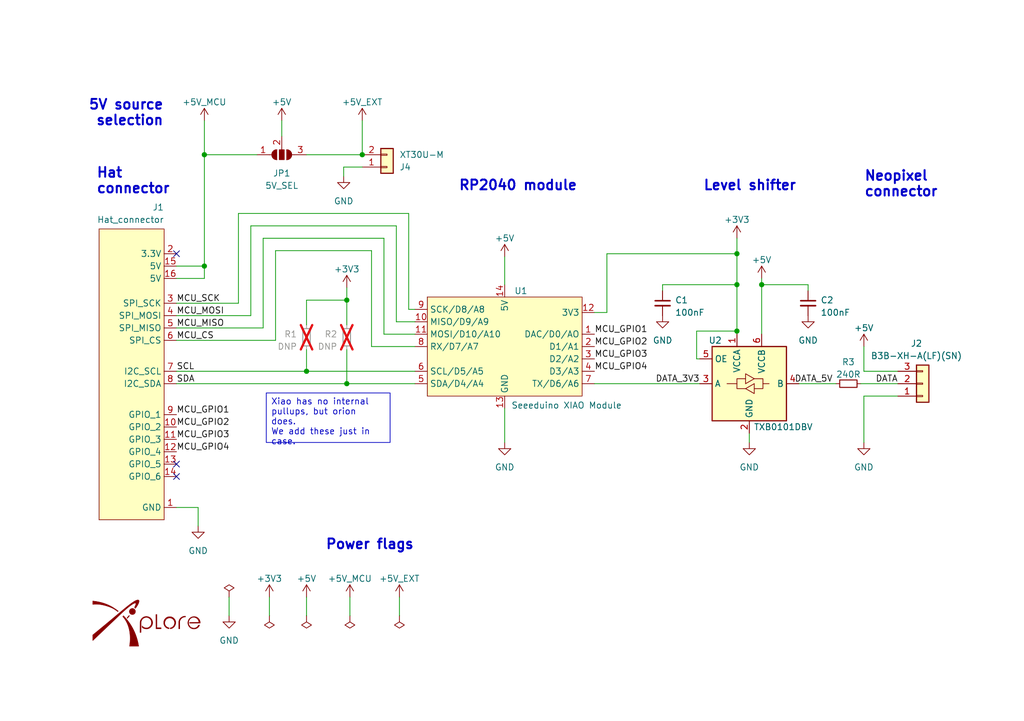
<source format=kicad_sch>
(kicad_sch (version 20230121) (generator eeschema)
  (paper "A5")
  (title_block (title "Xiao Seeeduino NeoPixel Hat") (date "2023-08-13") (rev "1") (company "EPFL Xplore") (comment 1 "Look at Yassine's branch for a non-COTS (untested) version") (comment 4 "Author: Vincent Nguyen"))
  (lib_symbols
    (symbol "0_connectors:Hat_connector"
      (property "Reference" "J" (at -6.35 -26.035 0))
      (property "Value" "Hat_connector" (at -6.985 36.195 0))
      (symbol "Hat_connector_0_0"
        (pin power_in line (at -9.525 -22.225 0) (length 2.54) (name "GND") (number "1"))
        (pin bidirectional line (at -9.525 -5.715 0) (length 2.54) (name "GPIO_2") (number "10"))
        (pin bidirectional line (at -9.525 -8.255 0) (length 2.54) (name "GPIO_3") (number "11"))
        (pin bidirectional line (at -9.525 -10.795 0) (length 2.54) (name "GPIO_4") (number "12"))
        (pin bidirectional line (at -9.525 -13.335 0) (length 2.54) (name "GPIO_5") (number "13"))
        (pin bidirectional line (at -9.525 -15.875 0) (length 2.54) (name "GPIO_6") (number "14"))
        (pin power_in line (at -9.525 27.305 0) (length 2.54) (name "5V") (number "15"))
        (pin power_in line (at -9.525 24.765 0) (length 2.54) (name "5V") (number "16"))
        (pin power_in line (at -9.525 29.845 0) (length 2.54) (name "3.3V") (number "2"))
        (pin output line (at -9.525 19.685 0) (length 2.54) (name "SPI_SCK") (number "3"))
        (pin output line (at -9.525 17.145 0) (length 2.54) (name "SPI_MOSI") (number "4"))
        (pin input line (at -9.525 14.605 0) (length 2.54) (name "SPI_MISO") (number "5"))
        (pin output line (at -9.525 12.065 0) (length 2.54) (name "SPI_CS") (number "6"))
        (pin output line (at -9.525 5.715 0) (length 2.54) (name "I2C_SCL") (number "7"))
        (pin bidirectional line (at -9.525 3.175 0) (length 2.54) (name "I2C_SDA") (number "8"))
        (pin bidirectional line (at -9.525 -3.175 0) (length 2.54) (name "GPIO_1") (number "9"))
      )
      (symbol "Hat_connector_0_1"
        (rectangle (start -6.985 34.925) (end 6.35 -24.765) (fill (type background)))
      )
    )
    (symbol "0_graphic:Xplore_Logo" (pin_numbers hide) (pin_names (offset 0) hide) (in_bom no)
      (symbol "Xplore_Logo_0_0"
        (polyline (pts (xy 3.1897 2.6292) (xy 2.7649 2.6309) (xy 2.34 2.6325) (xy 2.3384 3.9813) (xy 2.3368 5.3302) (xy 2.1345 5.3302) (xy 2.1387 4.6049) (xy 2.1388 4.6004) (xy 2.1394 4.4854) (xy 2.1401 4.3599) (xy 2.1409 4.2262) (xy 2.1417 4.0865) (xy 2.1425 3.9432) (xy 2.1434 3.7985) (xy 2.1442 3.6548) (xy 2.145 3.5142) (xy 2.1457 3.3792) (xy 2.1465 3.252) (xy 2.1471 3.1349) (xy 2.1513 2.3902) (xy 3.1897 2.3902) (xy 3.1897 2.6292)) (stroke (width 0.01)) (fill (type outline)))
        (polyline (pts (xy -3.7161 4.5443) (xy -3.7063 4.5551) (xy -3.6898 4.5741) (xy -3.6676 4.6001) (xy -3.6407 4.632) (xy -3.6099 4.6687) (xy -3.5763 4.709) (xy -3.5406 4.7519) (xy -3.504 4.7961) (xy -3.4672 4.8407) (xy -3.4313 4.8844) (xy -3.3971 4.9261) (xy -3.3657 4.9646) (xy -3.3378 4.999) (xy -3.3146 5.0279) (xy -3.2968 5.0504) (xy -3.2854 5.0652) (xy -3.2815 5.0713) (xy -3.2828 5.0737) (xy -3.2928 5.082) (xy -3.3105 5.0936) (xy -3.3333 5.1067) (xy -3.3851 5.1349) (xy -3.5627 4.9218) (xy -3.5807 4.9002) (xy -3.619 4.8541) (xy -3.6555 4.8104) (xy -3.6889 4.7702) (xy -3.7183 4.7349) (xy -3.7426 4.7056) (xy -3.7607 4.6838) (xy -3.7716 4.6706) (xy -3.803 4.6324) (xy -3.7629 4.5872) (xy -3.753 4.5762) (xy -3.7366 4.5586) (xy -3.7244 4.5466) (xy -3.7186 4.5422) (xy -3.7161 4.5443)) (stroke (width 0.01)) (fill (type outline)))
        (polyline (pts (xy -2.6601 5.3171) (xy -2.6296 5.3188) (xy -2.6161 5.3202) (xy -2.5301 5.3364) (xy -2.4483 5.3642) (xy -2.3717 5.4027) (xy -2.3013 5.451) (xy -2.238 5.5082) (xy -2.1828 5.5735) (xy -2.1367 5.6461) (xy -2.1007 5.725) (xy -2.0757 5.8093) (xy -2.0742 5.8164) (xy -2.0672 5.8628) (xy -2.0631 5.9145) (xy -2.0621 5.9671) (xy -2.0642 6.0161) (xy -2.0696 6.0571) (xy -2.0867 6.1255) (xy -2.1191 6.2102) (xy -2.162 6.2883) (xy -2.2149 6.3591) (xy -2.2773 6.4217) (xy -2.3484 6.4754) (xy -2.4278 6.5194) (xy -2.4563 6.5319) (xy -2.5389 6.5586) (xy -2.6242 6.5735) (xy -2.7106 6.5766) (xy -2.7968 6.5682) (xy -2.881 6.5482) (xy -2.9617 6.5169) (xy -3.0376 6.4742) (xy -3.0652 6.4548) (xy -3.1295 6.3999) (xy -3.1867 6.3371) (xy -3.2348 6.2686) (xy -3.2719 6.1966) (xy -3.2969 6.1273) (xy -3.3161 6.0407) (xy -3.3231 5.9533) (xy -3.3179 5.8662) (xy -3.3007 5.7805) (xy -3.2717 5.6975) (xy -3.231 5.6182) (xy -3.1789 5.5438) (xy -3.1292 5.4899) (xy -3.0634 5.4352) (xy -2.9903 5.3898) (xy -2.9118 5.3547) (xy -2.8295 5.3306) (xy -2.7452 5.3185) (xy -2.7337 5.3178) (xy -2.6969 5.3168) (xy -2.6601 5.3171)) (stroke (width 0.01)) (fill (type outline)))
        (polyline (pts (xy 7.0166 3.1284) (xy 7.0166 3.1604) (xy 7.017 3.2704) (xy 7.0173 3.3684) (xy 7.0176 3.4552) (xy 7.0179 3.5316) (xy 7.0182 3.5983) (xy 7.0186 3.656) (xy 7.0191 3.7056) (xy 7.0196 3.7477) (xy 7.0203 3.7832) (xy 7.021 3.8128) (xy 7.0219 3.8372) (xy 7.0229 3.8572) (xy 7.024 3.8735) (xy 7.0253 3.887) (xy 7.0268 3.8984) (xy 7.0285 3.9083) (xy 7.0304 3.9177) (xy 7.0326 3.9272) (xy 7.0347 3.9362) (xy 7.066 4.0483) (xy 7.1054 4.1515) (xy 7.1538 4.2477) (xy 7.2122 4.3385) (xy 7.2815 4.4257) (xy 7.3629 4.5109) (xy 7.407 4.5518) (xy 7.496 4.6236) (xy 7.5884 4.6836) (xy 7.6856 4.7327) (xy 7.7891 4.7716) (xy 7.9001 4.801) (xy 7.901 4.8012) (xy 7.9357 4.8074) (xy 7.9759 4.8121) (xy 8.0241 4.8155) (xy 8.0826 4.8178) (xy 8.2038 4.8214) (xy 8.2038 4.9867) (xy 8.1608 4.9913) (xy 8.1346 4.9931) (xy 8.082 4.9929) (xy 8.0217 4.9886) (xy 7.9567 4.9808) (xy 7.8899 4.9698) (xy 7.8241 4.9559) (xy 7.7622 4.9396) (xy 7.7299 4.9297) (xy 7.6047 4.8833) (xy 7.4871 4.8271) (xy 7.3776 4.7615) (xy 7.2766 4.687) (xy 7.1845 4.6041) (xy 7.1016 4.5131) (xy 7.0284 4.4146) (xy 6.9653 4.309) (xy 6.9126 4.1969) (xy 6.8708 4.0786) (xy 6.8402 3.9547) (xy 6.8212 3.8256) (xy 6.8204 3.8131) (xy 6.8193 3.7858) (xy 6.8184 3.7466) (xy 6.8175 3.696) (xy 6.8168 3.6348) (xy 6.8161 3.5634) (xy 6.8156 3.4824) (xy 6.8151 3.3925) (xy 6.8148 3.2941) (xy 6.8146 3.1879) (xy 6.8146 2.3902) (xy 7.0145 2.3902) (xy 7.0166 3.1284)) (stroke (width 0.01)) (fill (type outline)))
        (polyline (pts (xy -1.407 -1.1458) (xy -1.409 -1.1348) (xy -1.4128 -1.113) (xy -1.4179 -1.0831) (xy -1.4238 -1.0475) (xy -1.4303 -1.0085) (xy -1.4692 -0.7867) (xy -1.5418 -0.4298) (xy -1.6266 -0.073) (xy -1.7232 0.2824) (xy -1.8312 0.6354) (xy -1.9504 0.9845) (xy -2.0802 1.3287) (xy -2.2204 1.6665) (xy -2.3155 1.8798) (xy -2.4799 2.2234) (xy -2.6546 2.5593) (xy -2.8399 2.8878) (xy -3.0357 3.209) (xy -3.2422 3.5231) (xy -3.4595 3.8302) (xy -3.6878 4.1306) (xy -3.9271 4.4243) (xy -4.1776 4.7117) (xy -4.4394 4.9928) (xy -4.5221 5.0787) (xy -4.5977 4.9968) (xy -4.6734 4.9148) (xy -4.6265 4.8624) (xy -4.5969 4.829) (xy -4.4979 4.7116) (xy -4.3986 4.5855) (xy -4.301 4.4534) (xy -4.2073 4.3184) (xy -4.1198 4.1833) (xy -4.0271 4.0294) (xy -3.8983 3.7947) (xy -3.7795 3.5522) (xy -3.6708 3.3019) (xy -3.5722 3.044) (xy -3.4838 2.7788) (xy -3.4057 2.5063) (xy -3.3378 2.2269) (xy -3.2803 1.9406) (xy -3.2331 1.6476) (xy -3.1964 1.3482) (xy -3.1701 1.0425) (xy -3.1543 0.7307) (xy -3.1491 0.413) (xy -3.1491 0.3827) (xy -3.1512 0.2254) (xy -3.1561 0.0655) (xy -3.1636 -0.0951) (xy -3.1737 -0.2548) (xy -3.1862 -0.4118) (xy -3.2008 -0.5645) (xy -3.2176 -0.7112) (xy -3.2362 -0.8502) (xy -3.2567 -0.9797) (xy -3.2788 -1.0981) (xy -3.282 -1.1137) (xy -3.2867 -1.1373) (xy -3.2899 -1.1541) (xy -3.2912 -1.1611) (xy -3.2911 -1.1611) (xy -3.2843 -1.1614) (xy -3.2652 -1.1617) (xy -3.2347 -1.1619) (xy -3.1934 -1.1622) (xy -3.1421 -1.1624) (xy -3.0815 -1.1626) (xy -3.0123 -1.1629) (xy -2.9352 -1.163) (xy -2.851 -1.1632) (xy -2.7603 -1.1633) (xy -2.6638 -1.1634) (xy -2.5624 -1.1635) (xy -2.4566 -1.1636) (xy -1.4034 -1.1636) (xy -1.407 -1.1458)) (stroke (width 0.01)) (fill (type outline)))
        (polyline (pts (xy -5.6886 5.9265) (xy -5.6883 5.9267) (xy -5.6759 5.937) (xy -5.6589 5.9522) (xy -5.6398 5.97) (xy -5.6207 5.9882) (xy -5.6042 6.0044) (xy -5.5926 6.0165) (xy -5.5882 6.0222) (xy -5.5896 6.0243) (xy -5.5989 6.0332) (xy -5.615 6.0468) (xy -5.6357 6.0633) (xy -5.6643 6.0853) (xy -5.9454 6.2946) (xy -6.227 6.4913) (xy -6.5097 6.6757) (xy -6.794 6.8479) (xy -7.0804 7.0083) (xy -7.3693 7.1571) (xy -7.6614 7.2946) (xy -7.957 7.4209) (xy -8.2568 7.5365) (xy -8.5611 7.6416) (xy -8.8706 7.7363) (xy -8.8733 7.7371) (xy -9.0456 7.7848) (xy -9.2195 7.8296) (xy -9.3965 7.8716) (xy -9.5779 7.9112) (xy -9.7652 7.9487) (xy -9.9598 7.9842) (xy -10.1631 8.0182) (xy -10.3764 8.0509) (xy -10.6013 8.0825) (xy -10.6184 8.0848) (xy -10.6659 8.0912) (xy -10.709 8.0969) (xy -10.746 8.1017) (xy -10.7751 8.1054) (xy -10.7947 8.1078) (xy -10.8032 8.1086) (xy -10.8046 8.1079) (xy -10.8064 8.1039) (xy -10.8079 8.0955) (xy -10.8091 8.0817) (xy -10.8101 8.0617) (xy -10.8109 8.0343) (xy -10.8114 7.9988) (xy -10.8119 7.9541) (xy -10.8121 7.8993) (xy -10.8122 7.8335) (xy -10.8123 7.7557) (xy -10.8123 7.4029) (xy -10.7913 7.4066) (xy -10.79 7.4068) (xy -10.769 7.41) (xy -10.7379 7.414) (xy -10.6992 7.4187) (xy -10.6554 7.4237) (xy -10.6089 7.4288) (xy -10.5624 7.4336) (xy -10.5183 7.4379) (xy -10.4978 7.4395) (xy -10.4522 7.442) (xy -10.3967 7.4439) (xy -10.3334 7.4453) (xy -10.2641 7.4461) (xy -10.1908 7.4464) (xy -10.1155 7.4462) (xy -10.0401 7.4455) (xy -9.9666 7.4442) (xy -9.8969 7.4425) (xy -9.8331 7.4402) (xy -9.777 7.4375) (xy -9.7306 7.4343) (xy -9.5199 7.4138) (xy -9.2536 7.3792) (xy -8.9856 7.335) (xy -8.7152 7.2809) (xy -8.4416 7.2167) (xy -8.164 7.1422) (xy -7.8818 7.0573) (xy -7.5942 6.9618) (xy -7.3005 6.8555) (xy -7.143 6.7936) (xy -6.8993 6.6865) (xy -6.6619 6.5681) (xy -6.431 6.4386) (xy -6.2069 6.2981) (xy -5.9895 6.1466) (xy -5.779 5.9843) (xy -5.7601 5.969) (xy -5.7339 5.9485) (xy -5.7151 5.9349) (xy -5.7023 5.9274) (xy -5.6939 5.9249) (xy -5.6886 5.9265)) (stroke (width 0.01)) (fill (type outline)))
        (polyline (pts (xy -1.0281 1.6388) (xy -1.0096 1.6395) (xy -0.9775 1.641) (xy -0.9516 1.6424) (xy -0.9339 1.6437) (xy -0.9269 1.6447) (xy -0.9266 1.6499) (xy -0.9263 1.6674) (xy -0.9259 1.6966) (xy -0.9255 1.7367) (xy -0.925 1.7871) (xy -0.9245 1.8471) (xy -0.924 1.9161) (xy -0.9235 1.9933) (xy -0.923 2.0781) (xy -0.9224 2.1699) (xy -0.9219 2.2678) (xy -0.9214 2.3713) (xy -0.9208 2.4797) (xy -0.9203 2.5922) (xy -0.9198 2.7083) (xy -0.9153 3.7697) (xy -0.8987 3.8376) (xy -0.8776 3.9144) (xy -0.8392 4.024) (xy -0.7927 4.1284) (xy -0.739 4.226) (xy -0.6788 4.3157) (xy -0.613 4.3958) (xy -0.5423 4.4651) (xy -0.5308 4.475) (xy -0.4368 4.5472) (xy -0.3388 4.6071) (xy -0.2364 4.6551) (xy -0.129 4.6913) (xy -0.016 4.716) (xy 0.103 4.7294) (xy 0.1609 4.7318) (xy 0.2774 4.7281) (xy 0.3886 4.7126) (xy 0.4948 4.6852) (xy 0.5963 4.646) (xy 0.6931 4.5947) (xy 0.7856 4.5313) (xy 0.874 4.4558) (xy 0.9443 4.3843) (xy 1.0178 4.2948) (xy 1.0796 4.2008) (xy 1.1304 4.1014) (xy 1.1705 3.9957) (xy 1.2005 3.8828) (xy 1.2018 3.876) (xy 1.208 3.8339) (xy 1.2126 3.7825) (xy 1.2154 3.7251) (xy 1.2166 3.6645) (xy 1.216 3.604) (xy 1.2137 3.5466) (xy 1.2096 3.4953) (xy 1.2037 3.4531) (xy 1.2022 3.4454) (xy 1.1759 3.3411) (xy 1.1385 3.2376) (xy 1.0913 3.1381) (xy 1.0356 3.0461) (xy 1.0336 3.0432) (xy 1.0079 3.0091) (xy 0.9746 2.9697) (xy 0.9362 2.9273) (xy 0.895 2.8845) (xy 0.8535 2.8437) (xy 0.8139 2.8074) (xy 0.7786 2.778) (xy 0.7297 2.7423) (xy 0.6335 2.6842) (xy 0.5319 2.6378) (xy 0.4249 2.6031) (xy 0.3128 2.5803) (xy 0.287 2.5771) (xy 0.2252 2.5729) (xy 0.158 2.5723) (xy 0.0898 2.5751) (xy 0.0252 2.5812) (xy -0.0313 2.5905) (xy -0.0686 2.5991) (xy -0.1559 2.6249) (xy -0.2447 2.6581) (xy -0.3314 2.697) (xy -0.4125 2.7402) (xy -0.4842 2.7861) (xy -0.4855 2.787) (xy -0.5193 2.813) (xy -0.5563 2.8445) (xy -0.5937 2.879) (xy -0.6287 2.9139) (xy -0.6587 2.9464) (xy -0.6809 2.9741) (xy -0.7033 3.0055) (xy -0.7051 2.8581) (xy -0.7068 2.7106) (xy -0.6631 2.6663) (xy -0.6488 2.6521) (xy -0.6013 2.6095) (xy -0.5523 2.5729) (xy -0.4988 2.5405) (xy -0.4381 2.5107) (xy -0.3673 2.4817) (xy -0.3105 2.4609) (xy -0.1752 2.4189) (xy -0.0441 2.389) (xy 0.0829 2.3713) (xy 0.2059 2.3656) (xy 0.325 2.3721) (xy 0.4403 2.3906) (xy 0.4742 2.3986) (xy 0.5775 2.4302) (xy 0.6813 2.4726) (xy 0.783 2.5244) (xy 0.8801 2.5843) (xy 0.9702 2.6512) (xy 0.9901 2.6681) (xy 1.0238 2.6985) (xy 1.0608 2.7336) (xy 1.0986 2.7707) (xy 1.1344 2.8073) (xy 1.1656 2.8407) (xy 1.1896 2.8684) (xy 1.2296 2.9203) (xy 1.2912 3.0147) (xy 1.3449 3.1155) (xy 1.389 3.2197) (xy 1.4222 3.3243) (xy 1.4368 3.3865) (xy 1.4563 3.5112) (xy 1.4636 3.6367) (xy 1.4588 3.7621) (xy 1.4421 3.8861) (xy 1.4136 4.0078) (xy 1.3735 4.1261) (xy 1.3221 4.2399) (xy 1.2593 4.348) (xy 1.2511 4.3605) (xy 1.1749 4.4635) (xy 1.09 4.5572) (xy 0.9969 4.6413) (xy 0.8963 4.7155) (xy 0.7889 4.7792) (xy 0.6753 4.8322) (xy 0.5562 4.8741) (xy 0.4321 4.9045) (xy 0.3037 4.9229) (xy 0.1826 4.9293) (xy 0.0534 4.9245) (xy -0.0724 4.9075) (xy -0.1941 4.8786) (xy -0.3114 4.8379) (xy -0.4237 4.7855) (xy -0.5306 4.7217) (xy -0.6317 4.6466) (xy -0.7264 4.5603) (xy -0.7443 4.542) (xy -0.8342 4.442) (xy -0.9114 4.3402) (xy -0.9761 4.2365) (xy -1.0284 4.1305) (xy -1.0686 4.0219) (xy -1.0967 3.9104) (xy -1.113 3.7956) (xy -1.1132 3.7926) (xy -1.114 3.7742) (xy -1.1148 3.7438) (xy -1.1156 3.7019) (xy -1.1163 3.6493) (xy -1.1171 3.5866) (xy -1.1179 3.5145) (xy -1.1187 3.4337) (xy -1.1194 3.3449) (xy -1.1201 3.2486) (xy -1.1208 3.1457) (xy -1.1214 3.0366) (xy -1.122 2.9222) (xy -1.1225 2.8031) (xy -1.123 2.6798) (xy -1.1267 1.6352) (xy -1.0281 1.6388)) (stroke (width 0.01)) (fill (type outline)))
        (polyline (pts (xy 5.1056 2.4032) (xy 5.1481 2.4065) (xy 5.1982 2.4138) (xy 5.2524 2.4244) (xy 5.307 2.4374) (xy 5.3584 2.4522) (xy 5.4031 2.4679) (xy 5.4234 2.4762) (xy 5.5179 2.5217) (xy 5.6111 2.5771) (xy 5.7008 2.6407) (xy 5.7845 2.7106) (xy 5.86 2.7853) (xy 5.9249 2.8628) (xy 5.99 2.9572) (xy 6.0558 3.0734) (xy 6.11 3.195) (xy 6.1524 3.3216) (xy 6.1828 3.4528) (xy 6.2011 3.5882) (xy 6.2039 3.6301) (xy 6.2028 3.7434) (xy 6.1895 3.8578) (xy 6.1641 3.9722) (xy 6.1268 4.0854) (xy 6.078 4.1962) (xy 6.076 4.2001) (xy 6.0492 4.2513) (xy 6.0226 4.297) (xy 5.9945 4.3396) (xy 5.9631 4.3811) (xy 5.9269 4.424) (xy 5.8839 4.4705) (xy 5.8327 4.5229) (xy 5.8057 4.5496) (xy 5.7543 4.5983) (xy 5.707 4.6393) (xy 5.6614 4.6746) (xy 5.615 4.706) (xy 5.5653 4.7354) (xy 5.5099 4.7645) (xy 5.4494 4.793) (xy 5.3695 4.8244) (xy 5.2887 4.8487) (xy 5.2047 4.8662) (xy 5.1155 4.8773) (xy 5.0187 4.8826) (xy 4.9122 4.8825) (xy 4.9001 4.8822) (xy 4.8509 4.8807) (xy 4.8113 4.8788) (xy 4.7783 4.8763) (xy 4.7492 4.8729) (xy 4.7212 4.8684) (xy 4.6915 4.8625) (xy 4.6265 4.8469) (xy 4.5097 4.809) (xy 4.399 4.7598) (xy 4.2947 4.6996) (xy 4.1972 4.6286) (xy 4.1831 4.6167) (xy 4.1496 4.5861) (xy 4.112 4.5495) (xy 4.0728 4.5093) (xy 4.0341 4.4679) (xy 3.9983 4.4278) (xy 3.9677 4.3913) (xy 3.9444 4.3609) (xy 3.8991 4.2906) (xy 3.8512 4.2016) (xy 3.8096 4.108) (xy 3.7761 4.0133) (xy 3.7522 3.9214) (xy 3.7482 3.9009) (xy 3.7367 3.8227) (xy 3.7292 3.7382) (xy 3.7259 3.6518) (xy 3.727 3.5682) (xy 3.7327 3.4919) (xy 3.7469 3.3985) (xy 3.7757 3.2793) (xy 3.8154 3.1651) (xy 3.8653 3.0564) (xy 3.9249 2.9539) (xy 3.9935 2.8582) (xy 4.0705 2.7699) (xy 4.1553 2.6897) (xy 4.2474 2.6182) (xy 4.346 2.5559) (xy 4.4505 2.5036) (xy 4.5604 2.4619) (xy 4.675 2.4314) (xy 4.7938 2.4127) (xy 4.8374 2.4081) (xy 4.8374 2.594) (xy 4.7753 2.6087) (xy 4.6806 2.6348) (xy 4.5869 2.6679) (xy 4.4989 2.7064) (xy 4.419 2.7493) (xy 4.3495 2.7955) (xy 4.3153 2.8222) (xy 4.2315 2.8987) (xy 4.1576 2.9832) (xy 4.0941 3.0752) (xy 4.0412 3.1743) (xy 3.9993 3.28) (xy 3.9686 3.3917) (xy 3.9648 3.4121) (xy 3.9596 3.455) (xy 3.9558 3.5051) (xy 3.9537 3.5589) (xy 3.9534 3.6128) (xy 3.9549 3.6633) (xy 3.9584 3.7068) (xy 3.9597 3.7175) (xy 3.9776 3.8178) (xy 4.0053 3.9186) (xy 4.0413 4.0159) (xy 4.0845 4.1057) (xy 4.1005 4.1338) (xy 4.1394 4.195) (xy 4.1823 4.2545) (xy 4.2271 4.3096) (xy 4.2719 4.3578) (xy 4.3145 4.3964) (xy 4.3534 4.4265) (xy 4.4423 4.4857) (xy 4.5357 4.5343) (xy 4.6356 4.5734) (xy 4.7439 4.604) (xy 4.7458 4.6045) (xy 4.7729 4.6106) (xy 4.7963 4.6152) (xy 4.8187 4.6184) (xy 4.8428 4.6204) (xy 4.8715 4.6216) (xy 4.9075 4.6221) (xy 4.9537 4.6222) (xy 4.9636 4.6222) (xy 5.01 4.6219) (xy 5.0467 4.621) (xy 5.0765 4.6194) (xy 5.1021 4.6168) (xy 5.1263 4.613) (xy 5.1517 4.6079) (xy 5.1822 4.6008) (xy 5.2789 4.5718) (xy 5.3725 4.5343) (xy 5.461 4.4893) (xy 5.5427 4.4377) (xy 5.6156 4.3807) (xy 5.6779 4.3193) (xy 5.6859 4.3102) (xy 5.759 4.2183) (xy 5.8206 4.1226) (xy 5.8713 4.0217) (xy 5.912 3.914) (xy 5.9434 3.7982) (xy 5.953 3.7407) (xy 5.9584 3.6711) (xy 5.9586 3.5978) (xy 5.9536 3.525) (xy 5.9433 3.457) (xy 5.9383 3.4335) (xy 5.9126 3.3368) (xy 5.8789 3.2398) (xy 5.8392 3.1481) (xy 5.8188 3.1072) (xy 5.7814 3.0396) (xy 5.7428 2.9808) (xy 5.7013 2.9282) (xy 5.6549 2.8793) (xy 5.6016 2.8314) (xy 5.5433 2.7838) (xy 5.4868 2.7411) (xy 5.4344 2.7059) (xy 5.3835 2.677) (xy 5.3321 2.6533) (xy 5.2777 2.6335) (xy 5.218 2.6166) (xy 5.1507 2.6012) (xy 5.0797 2.5863) (xy 5.0761 2.4031) (xy 5.0979 2.4031) (xy 5.1056 2.4032)) (stroke (width 0.01)) (fill (type outline)))
        (polyline (pts (xy -10.795 0) (xy -10.7948 0.0001) (xy -10.7878 0.0067) (xy -10.7719 0.0217) (xy -10.7476 0.0448) (xy -10.7154 0.0754) (xy -10.6758 0.1131) (xy -10.6291 0.1575) (xy -10.5759 0.2082) (xy -10.5166 0.2646) (xy -10.4517 0.3264) (xy -10.3816 0.3931) (xy -10.3069 0.4643) (xy -10.2279 0.5395) (xy -10.1452 0.6183) (xy -10.0591 0.7003) (xy -9.9703 0.7849) (xy -9.879 0.8719) (xy -9.8217 0.9265) (xy -9.6273 1.1117) (xy -9.4413 1.2889) (xy -9.2628 1.459) (xy -9.091 1.6226) (xy -8.9251 1.7806) (xy -8.7643 1.9337) (xy -8.6078 2.0827) (xy -8.4548 2.2283) (xy -8.3045 2.3713) (xy -8.1561 2.5125) (xy -8.0088 2.6527) (xy -7.8617 2.7925) (xy -7.7142 2.9328) (xy -7.5653 3.0744) (xy -7.4142 3.2179) (xy -7.2603 3.3642) (xy -7.1026 3.514) (xy -6.9404 3.6681) (xy -6.7728 3.8273) (xy -6.5991 3.9922) (xy -6.4185 4.1637) (xy -6.3625 4.2169) (xy -6.2546 4.3194) (xy -6.1482 4.4204) (xy -6.044 4.5194) (xy -5.9422 4.6161) (xy -5.8435 4.7099) (xy -5.7482 4.8004) (xy -5.6568 4.8873) (xy -5.5697 4.9701) (xy -5.4874 5.0482) (xy -5.4104 5.1214) (xy -5.3392 5.1892) (xy -5.2741 5.2511) (xy -5.2156 5.3068) (xy -5.1642 5.3556) (xy -5.1204 5.3974) (xy -5.0846 5.4315) (xy -5.0572 5.4576) (xy -5.0388 5.4753) (xy -5.0043 5.5083) (xy -4.7593 5.7401) (xy -4.521 5.9608) (xy -4.2893 6.1704) (xy -4.0642 6.369) (xy -3.8456 6.5565) (xy -3.6336 6.7329) (xy -3.5413 6.808) (xy -3.3918 6.9271) (xy -3.2487 7.0381) (xy -3.1121 7.1409) (xy -2.9821 7.2354) (xy -2.8591 7.3213) (xy -2.7432 7.3986) (xy -2.6345 7.4672) (xy -2.5334 7.527) (xy -2.4399 7.5777) (xy -2.3543 7.6194) (xy -2.2768 7.6518) (xy -2.2075 7.6748) (xy -2.1467 7.6884) (xy -2.1445 7.6887) (xy -2.0958 7.6912) (xy -2.0544 7.6832) (xy -2.0204 7.6646) (xy -1.994 7.6356) (xy -1.9895 7.6286) (xy -1.9833 7.6172) (xy -1.9795 7.6051) (xy -1.9774 7.5892) (xy -1.9767 7.5665) (xy -1.9767 7.534) (xy -1.9769 7.5215) (xy -1.9781 7.4867) (xy -1.981 7.4583) (xy -1.9864 7.4314) (xy -1.9949 7.4011) (xy -2.0118 7.3495) (xy -2.0375 7.2798) (xy -2.0693 7.2011) (xy -2.1074 7.1131) (xy -2.152 7.0153) (xy -2.2034 6.907) (xy -2.2103 6.8926) (xy -2.2273 6.8565) (xy -2.2416 6.8247) (xy -2.2526 6.7992) (xy -2.2594 6.7816) (xy -2.2612 6.7738) (xy -2.2574 6.7696) (xy -2.2451 6.7584) (xy -2.2261 6.7419) (xy -2.2023 6.7217) (xy -2.1754 6.6993) (xy -2.1474 6.6762) (xy -2.1201 6.6539) (xy -2.0953 6.634) (xy -2.0748 6.6178) (xy -2.0604 6.607) (xy -2.0541 6.6031) (xy -2.0498 6.6074) (xy -2.0391 6.6211) (xy -2.023 6.6428) (xy -2.0024 6.6713) (xy -1.9785 6.7051) (xy -1.952 6.7428) (xy -1.9241 6.7831) (xy -1.8956 6.8246) (xy -1.8675 6.8659) (xy -1.8408 6.9056) (xy -1.8165 6.9423) (xy -1.788 6.9861) (xy -1.7023 7.1229) (xy -1.625 7.2545) (xy -1.5562 7.3805) (xy -1.496 7.5006) (xy -1.4446 7.6144) (xy -1.4021 7.7215) (xy -1.3688 7.8217) (xy -1.3448 7.9144) (xy -1.3302 7.9994) (xy -1.3252 8.0763) (xy -1.3258 8.1074) (xy -1.3306 8.1566) (xy -1.3409 8.1964) (xy -1.3576 8.2285) (xy -1.3813 8.2546) (xy -1.4129 8.2766) (xy -1.46 8.2974) (xy -1.5191 8.3106) (xy -1.5858 8.3139) (xy -1.6599 8.3071) (xy -1.741 8.2902) (xy -1.7639 8.2841) (xy -1.8188 8.2673) (xy -1.8752 8.2471) (xy -1.9354 8.2224) (xy -2.0017 8.1924) (xy -2.0764 8.1561) (xy -2.0887 8.15) (xy -2.1711 8.1069) (xy -2.258 8.0584) (xy -2.3496 8.0044) (xy -2.4462 7.9446) (xy -2.5481 7.8788) (xy -2.6557 7.8068) (xy -2.7692 7.7284) (xy -2.8889 7.6432) (xy -3.0153 7.5511) (xy -3.1484 7.452) (xy -3.2888 7.3454) (xy -3.4367 7.2313) (xy -3.5923 7.1094) (xy -3.7561 6.9794) (xy -3.9283 6.8412) (xy -4.1092 6.6945) (xy -4.2991 6.5392) (xy -4.301 6.5376) (xy -4.3283 6.5152) (xy -4.355 6.4933) (xy -4.3814 6.4715) (xy -4.4079 6.4496) (xy -4.4351 6.4272) (xy -4.4632 6.4039) (xy -4.4928 6.3794) (xy -4.5243 6.3533) (xy -4.558 6.3253) (xy -4.5945 6.295) (xy -4.6341 6.2621) (xy -4.6772 6.2261) (xy -4.7243 6.1868) (xy -4.7759 6.1438) (xy -4.8322 6.0968) (xy -4.8938 6.0453) (xy -4.9611 5.9891) (xy -5.0345 5.9278) (xy -5.1144 5.861) (xy -5.2012 5.7884) (xy -5.2955 5.7096) (xy -5.3975 5.6243) (xy -5.5077 5.5321) (xy -5.6265 5.4327) (xy -5.7545 5.3257) (xy -5.8919 5.2107) (xy -5.9795 5.1375) (xy -6.2363 4.9227) (xy -6.4842 4.7155) (xy -6.7239 4.5154) (xy -6.956 4.3216) (xy -7.1813 4.1338) (xy -7.4005 3.9512) (xy -7.6142 3.7733) (xy -7.8231 3.5996) (xy -8.028 3.4294) (xy -8.2295 3.2621) (xy -8.4284 3.0973) (xy -8.6252 2.9343) (xy -8.8208 2.7726) (xy -9.0158 2.6115) (xy -9.211 2.4505) (xy -9.4069 2.289) (xy -9.6043 2.1264) (xy -9.804 1.9622) (xy -10.0065 1.7958) (xy -10.2127 1.6266) (xy -10.4231 1.4541) (xy -10.8123 1.135) (xy -10.8123 -0.0157) (xy -10.795 0)) (stroke (width 0.01)) (fill (type outline)))
        (polyline (pts (xy 9.9818 2.3658) (xy 10.0333 2.3676) (xy 10.0791 2.3705) (xy 10.1156 2.3745) (xy 10.1744 2.3844) (xy 10.2961 2.414) (xy 10.4127 2.4544) (xy 10.5233 2.5053) (xy 10.6273 2.5662) (xy 10.7239 2.6366) (xy 10.8123 2.7161) (xy 10.8917 2.8042) (xy 10.9616 2.9004) (xy 10.9619 2.9008) (xy 10.9863 2.9404) (xy 11.0127 2.9865) (xy 11.0389 3.0347) (xy 11.0626 3.0807) (xy 11.0813 3.1204) (xy 11.097 3.1559) (xy 10.969 3.1527) (xy 10.9626 3.1525) (xy 10.9239 3.1513) (xy 10.8902 3.15) (xy 10.8633 3.1486) (xy 10.8455 3.1473) (xy 10.8385 3.1462) (xy 10.8351 3.1401) (xy 10.8273 3.1245) (xy 10.8162 3.1021) (xy 10.8031 3.0751) (xy 10.7749 3.0219) (xy 10.7171 2.9337) (xy 10.649 2.8523) (xy 10.5715 2.7789) (xy 10.4855 2.7146) (xy 10.4171 2.6715) (xy 10.3382 2.628) (xy 10.2624 2.594) (xy 10.1875 2.5688) (xy 10.1114 2.5517) (xy 10.0319 2.5419) (xy 9.9467 2.5388) (xy 9.8836 2.5404) (xy 9.7773 2.55) (xy 9.6727 2.5678) (xy 9.5717 2.5933) (xy 9.4765 2.6259) (xy 9.3889 2.6652) (xy 9.311 2.7105) (xy 9.2734 2.7373) (xy 9.201 2.7989) (xy 9.132 2.8707) (xy 9.0675 2.9508) (xy 9.0088 3.0375) (xy 8.9569 3.129) (xy 8.913 3.2235) (xy 8.8783 3.3192) (xy 8.8539 3.4144) (xy 8.8467 3.4543) (xy 8.8336 3.5726) (xy 8.8327 3.6903) (xy 8.8437 3.8066) (xy 8.8663 3.9205) (xy 8.9001 4.031) (xy 8.9449 4.1373) (xy 9.0002 4.2384) (xy 9.0659 4.3333) (xy 9.1415 4.4211) (xy 9.2268 4.5009) (xy 9.2549 4.5238) (xy 9.3373 4.5839) (xy 9.4233 4.6368) (xy 9.5106 4.6813) (xy 9.5969 4.7164) (xy 9.6802 4.7409) (xy 9.7382 4.7516) (xy 9.8289 4.7588) (xy 9.9238 4.7562) (xy 10.0213 4.7442) (xy 10.1194 4.7233) (xy 10.2163 4.6938) (xy 10.3101 4.6563) (xy 10.3988 4.6111) (xy 10.4808 4.5586) (xy 10.5153 4.5327) (xy 10.5994 4.4597) (xy 10.6764 4.3785) (xy 10.7452 4.2905) (xy 10.805 4.1971) (xy 10.8547 4.0997) (xy 10.8934 3.9999) (xy 10.9202 3.899) (xy 10.922 3.8893) (xy 10.9264 3.8631) (xy 10.9306 3.8331) (xy 10.9345 3.802) (xy 10.9377 3.7726) (xy 10.9399 3.7477) (xy 10.9408 3.7301) (xy 10.9401 3.7224) (xy 10.938 3.7222) (xy 10.9246 3.7219) (xy 10.8995 3.7214) (xy 10.8635 3.7209) (xy 10.8175 3.7203) (xy 10.7622 3.7196) (xy 10.6985 3.7189) (xy 10.627 3.7182) (xy 10.5488 3.7174) (xy 10.4644 3.7166) (xy 10.3749 3.7158) (xy 10.2809 3.715) (xy 10.1832 3.7142) (xy 10.1633 3.7141) (xy 10.0612 3.7132) (xy 9.9598 3.7123) (xy 9.8604 3.7114) (xy 9.764 3.7105) (xy 9.6717 3.7096) (xy 9.5846 3.7087) (xy 9.5039 3.7078) (xy 9.4306 3.707) (xy 9.3658 3.7062) (xy 9.3106 3.7055) (xy 9.2662 3.7049) (xy 9.2336 3.7043) (xy 9.0389 3.7004) (xy 9.0422 3.6285) (xy 9.0435 3.6031) (xy 9.0451 3.5783) (xy 9.0466 3.561) (xy 9.0478 3.5538) (xy 9.0519 3.5536) (xy 9.0681 3.5535) (xy 9.096 3.5534) (xy 9.1347 3.5534) (xy 9.1835 3.5536) (xy 9.2418 3.5538) (xy 9.3088 3.5542) (xy 9.3838 3.5546) (xy 9.4659 3.5551) (xy 9.5546 3.5557) (xy 9.6491 3.5564) (xy 9.7485 3.5571) (xy 9.8523 3.5579) (xy 9.9597 3.5588) (xy 10.0143 3.5593) (xy 10.1246 3.5602) (xy 10.2331 3.561) (xy 10.3388 3.5619) (xy 10.4408 3.5626) (xy 10.5383 3.5634) (xy 10.6302 3.564) (xy 10.7156 3.5646) (xy 10.7937 3.5651) (xy 10.8635 3.5655) (xy 10.9241 3.5659) (xy 10.9745 3.5661) (xy 11.0138 3.5663) (xy 11.0412 3.5663) (xy 11.2132 3.5662) (xy 11.2172 3.5861) (xy 11.2184 3.5965) (xy 11.219 3.6218) (xy 11.2181 3.6558) (xy 11.2158 3.6958) (xy 11.2125 3.7395) (xy 11.2083 3.7842) (xy 11.2034 3.8275) (xy 11.198 3.8667) (xy 11.1923 3.8993) (xy 11.184 3.9373) (xy 11.1496 4.0572) (xy 11.1037 4.1714) (xy 11.0461 4.2805) (xy 11.0104 4.3372) (xy 10.9341 4.4411) (xy 10.8496 4.5357) (xy 10.7576 4.6204) (xy 10.6586 4.6951) (xy 10.5533 4.7593) (xy 10.4424 4.8126) (xy 10.3265 4.8548) (xy 10.2061 4.8853) (xy 10.082 4.9039) (xy 9.9548 4.9102) (xy 9.9278 4.9099) (xy 9.8027 4.9008) (xy 9.6795 4.8793) (xy 9.559 4.8457) (xy 9.4422 4.8005) (xy 9.3301 4.7441) (xy 9.2235 4.6769) (xy 9.1233 4.5992) (xy 9.0305 4.5115) (xy 8.9786 4.4542) (xy 8.9053 4.3599) (xy 8.8428 4.2603) (xy 8.7905 4.1547) (xy 8.7481 4.0421) (xy 8.7152 3.9216) (xy 8.6912 3.7924) (xy 8.6875 3.7615) (xy 8.6834 3.7002) (xy 8.6822 3.6326) (xy 8.6837 3.5624) (xy 8.688 3.4934) (xy 8.6948 3.4295) (xy 8.704 3.3746) (xy 8.71 3.3475) (xy 8.7452 3.2234) (xy 8.7917 3.1047) (xy 8.8492 2.992) (xy 8.9172 2.8862) (xy 8.9952 2.788) (xy 9.083 2.6979) (xy 9.1074 2.6759) (xy 9.2052 2.5986) (xy 9.3104 2.5311) (xy 9.4219 2.474) (xy 9.5383 2.428) (xy 9.6582 2.3936) (xy 9.7804 2.3714) (xy 9.7887 2.3704) (xy 9.8279 2.3675) (xy 9.8755 2.3657) (xy 9.928 2.3652) (xy 9.9818 2.3658)) (stroke (width 0.01)) (fill (type outline)))
      )
    )
    (symbol "0_lib_level_shifter:TXB0101DBV"
      (property "Reference" "U" (at -6.35 8.89 0))
      (property "Value" "TXB0101DBV" (at 3.81 8.89 0))
      (symbol "TXB0101DBV_0_1"
        (rectangle (start -7.62 7.62) (end 7.62 -7.62) (stroke (width 0.254)) (fill (type background)))
        (polyline (pts (xy -2.54 0) (xy -2.54 1.016) (xy -0.762 1.016)))
        (polyline (pts (xy 2.794 0) (xy 2.794 -1.016) (xy 1.016 -1.016)))
        (polyline (pts (xy -0.762 -1.016) (xy -2.54 -1.016) (xy -2.54 0) (xy -4.572 0)))
        (polyline (pts (xy -0.762 0) (xy -0.762 2.032) (xy 1.016 1.016) (xy -0.762 0)))
        (polyline (pts (xy 1.016 1.016) (xy 2.794 1.016) (xy 2.794 0) (xy 4.064 0)))
        (polyline (pts (xy 1.016 0) (xy 1.016 -1.778) (xy 1.016 -2.032) (xy -0.762 -1.016) (xy 1.016 0)))
      )
      (symbol "TXB0101DBV_1_1"
        (pin power_in line (at -2.54 10.16 270) (length 2.54) (name "VCCA") (number "1"))
        (pin power_in line (at 0 -10.16 90) (length 2.54) (name "GND") (number "2"))
        (pin bidirectional line (at -10.16 0 0) (length 2.54) (name "A") (number "3"))
        (pin bidirectional line (at 10.16 0 180) (length 2.54) (name "B") (number "4"))
        (pin input line (at -10.16 5.08 0) (length 2.54) (name "OE") (number "5"))
        (pin power_in line (at 2.54 10.16 270) (length 2.54) (name "VCCB") (number "6"))
      )
    )
    (symbol "0_lib_mcu:Seeeduino_XIAO"
      (property "Reference" "U" (at 13.335 11.43 0))
      (property "Value" "Seeeduino XIAO Module" (at 2.54 21.59 0))
      (property "Footprint" "0_lib_mcu:Seeeduino XIAO-MOUDLE14P-2.54-21X17.8MM" (at 2.54 21.59 0))
      (symbol "Seeeduino_XIAO_1_1"
        (rectangle (start -15.875 10.16) (end 15.875 -10.16) (fill (type background)))
        (pin bidirectional line (at 18.415 2.54 180) (length 2.54) (name "DAC/D0/AO") (number "1"))
        (pin bidirectional line (at -18.415 5.08 0) (length 2.54) (name "MISO/D9/A9") (number "10"))
        (pin bidirectional line (at -18.415 2.54 0) (length 2.54) (name "MOSI/D10/A10") (number "11"))
        (pin passive line (at 18.415 6.985 180) (length 2.54) (name "3V3") (number "12"))
        (pin power_in line (at 0 -12.7 90) (length 2.54) (name "GND") (number "13"))
        (pin power_in line (at 0 12.7 270) (length 2.54) (name "5V") (number "14"))
        (pin bidirectional line (at 18.415 0 180) (length 2.54) (name "D1/A1") (number "2"))
        (pin bidirectional line (at 18.415 -2.54 180) (length 2.54) (name "D2/A2") (number "3"))
        (pin bidirectional line (at 18.415 -5.08 180) (length 2.54) (name "D3/A3") (number "4"))
        (pin bidirectional line (at -18.415 -7.62 0) (length 2.54) (name "SDA/D4/A4") (number "5"))
        (pin bidirectional line (at -18.415 -5.08 0) (length 2.54) (name "SCL/D5/A5") (number "6"))
        (pin bidirectional line (at 18.415 -7.62 180) (length 2.54) (name "TX/D6/A6") (number "7"))
        (pin bidirectional line (at -18.415 0 0) (length 2.54) (name "RX/D7/A7") (number "8"))
        (pin bidirectional line (at -18.415 7.62 0) (length 2.54) (name "SCK/D8/A8") (number "9"))
      )
    )
    (symbol "0_lib_power_symbols:+5V_MCU" (power) (pin_numbers hide) (in_bom no) (on_board no)
      (property "Value" "+5V_MCU" (at 0 3.81 0))
      (symbol "+5V_MCU_0_1"
        (polyline (pts (xy 0 0) (xy 0 2.54)))
        (polyline (pts (xy 0 2.54) (xy -0.762 1.27)))
        (polyline (pts (xy 0 2.54) (xy 0.762 1.27)))
      )
      (symbol "+5V_MCU_1_1"
        (pin power_in line (at 0 0 90) (length 0) hide (name "+5V_MCU") (number "1"))
      )
    )
    (symbol "0_power_symbols:+5V_EXT" (power) (pin_numbers hide) (in_bom no) (on_board no)
      (property "Value" "+5V_EXT" (at 0 3.81 0))
      (symbol "+5V_EXT_0_1"
        (polyline (pts (xy 0 0) (xy 0 2.54)))
        (polyline (pts (xy 0 2.54) (xy -0.762 1.27)))
        (polyline (pts (xy 0 2.54) (xy 0.762 1.27)))
      )
      (symbol "+5V_EXT_1_1"
        (pin power_in line (at 0 0 90) (length 0) hide (name "+5V_EXT") (number "1"))
      )
    )
    (symbol "Connector_Generic:Conn_01x02" (pin_names (offset 1.016) hide)
      (property "Reference" "J" (at 0 2.54 0))
      (property "Value" "Conn_01x02" (at 0 -5.08 0))
      (symbol "Conn_01x02_1_1"
        (rectangle (start -1.27 -2.413) (end 0 -2.667) (stroke (width 0.1524)))
        (rectangle (start -1.27 0.127) (end 0 -0.127) (stroke (width 0.1524)))
        (rectangle (start -1.27 1.27) (end 1.27 -3.81) (stroke (width 0.254)) (fill (type background)))
        (pin passive line (at -5.08 0 0) (length 3.81) (name "Pin_1") (number "1"))
        (pin passive line (at -5.08 -2.54 0) (length 3.81) (name "Pin_2") (number "2"))
      )
    )
    (symbol "Connector_Generic:Conn_01x03" (pin_names (offset 1.016) hide)
      (property "Reference" "J" (at 0 5.08 0))
      (property "Value" "Conn_01x03" (at 0 -5.08 0))
      (symbol "Conn_01x03_1_1"
        (rectangle (start -1.27 -2.413) (end 0 -2.667) (stroke (width 0.1524)))
        (rectangle (start -1.27 0.127) (end 0 -0.127) (stroke (width 0.1524)))
        (rectangle (start -1.27 2.667) (end 0 2.413) (stroke (width 0.1524)))
        (rectangle (start -1.27 3.81) (end 1.27 -3.81) (stroke (width 0.254)) (fill (type background)))
        (pin passive line (at -5.08 2.54 0) (length 3.81) (name "Pin_1") (number "1"))
        (pin passive line (at -5.08 0 0) (length 3.81) (name "Pin_2") (number "2"))
        (pin passive line (at -5.08 -2.54 0) (length 3.81) (name "Pin_3") (number "3"))
      )
    )
    (symbol "Device:C_Small" (pin_numbers hide) (pin_names (offset 0.254) hide)
      (property "Reference" "C" (at 0.254 1.778 0))
      (property "Value" "C_Small" (at 0.254 -2.032 0))
      (symbol "C_Small_0_1"
        (polyline (pts (xy -1.524 -0.508) (xy 1.524 -0.508)) (stroke (width 0.3302)))
        (polyline (pts (xy -1.524 0.508) (xy 1.524 0.508)) (stroke (width 0.3048)))
      )
      (symbol "C_Small_1_1"
        (pin passive line (at 0 2.54 270) (length 2.032) (name "~") (number "1"))
        (pin passive line (at 0 -2.54 90) (length 2.032) (name "~") (number "2"))
      )
    )
    (symbol "Device:R_Small" (pin_numbers hide) (pin_names (offset 0.254) hide)
      (property "Reference" "R" (at 0.762 0.508 0))
      (property "Value" "R_Small" (at 0.762 -1.016 0))
      (symbol "R_Small_0_1"
        (rectangle (start -0.762 1.778) (end 0.762 -1.778) (stroke (width 0.2032)))
      )
      (symbol "R_Small_1_1"
        (pin passive line (at 0 2.54 270) (length 0.762) (name "~") (number "1"))
        (pin passive line (at 0 -2.54 90) (length 0.762) (name "~") (number "2"))
      )
    )
    (symbol "Jumper:SolderJumper_3_Open" (pin_names (offset 0) hide)
      (property "Reference" "JP" (at -2.54 -2.54 0))
      (property "Value" "SolderJumper_3_Open" (at 0 2.794 0))
      (symbol "SolderJumper_3_Open_0_1"
        (arc (start -1.016 1.016) (mid -2.0276 0) (end -1.016 -1.016))
        (arc (start -1.016 1.016) (mid -2.0276 0) (end -1.016 -1.016) (fill (type outline)))
        (rectangle (start -0.508 1.016) (end 0.508 -1.016) (fill (type outline)))
        (polyline (pts (xy -2.54 0) (xy -2.032 0)))
        (polyline (pts (xy -1.016 1.016) (xy -1.016 -1.016)))
        (polyline (pts (xy 0 -1.27) (xy 0 -1.016)))
        (polyline (pts (xy 1.016 1.016) (xy 1.016 -1.016)))
        (polyline (pts (xy 2.54 0) (xy 2.032 0)))
        (arc (start 1.016 -1.016) (mid 2.0276 0) (end 1.016 1.016))
        (arc (start 1.016 -1.016) (mid 2.0276 0) (end 1.016 1.016) (fill (type outline)))
      )
      (symbol "SolderJumper_3_Open_1_1"
        (pin passive line (at -5.08 0 0) (length 2.54) (name "A") (number "1"))
        (pin passive line (at 0 -3.81 90) (length 2.54) (name "C") (number "2"))
        (pin passive line (at 5.08 0 180) (length 2.54) (name "B") (number "3"))
      )
    )
    (symbol "power:+3V3" (power) (pin_names (offset 0))
      (property "Value" "+3V3" (at 0 3.556 0))
      (symbol "+3V3_0_1"
        (polyline (pts (xy -0.762 1.27) (xy 0 2.54)))
        (polyline (pts (xy 0 0) (xy 0 2.54)))
        (polyline (pts (xy 0 2.54) (xy 0.762 1.27)))
      )
      (symbol "+3V3_1_1"
        (pin power_in line (at 0 0 90) (length 0) hide (name "+3V3") (number "1"))
      )
    )
    (symbol "power:+5V" (power) (pin_names (offset 0))
      (property "Value" "+5V" (at 0 3.556 0))
      (symbol "+5V_0_1"
        (polyline (pts (xy -0.762 1.27) (xy 0 2.54)))
        (polyline (pts (xy 0 0) (xy 0 2.54)))
        (polyline (pts (xy 0 2.54) (xy 0.762 1.27)))
      )
      (symbol "+5V_1_1"
        (pin power_in line (at 0 0 90) (length 0) hide (name "+5V") (number "1"))
      )
    )
    (symbol "power:GND" (power) (pin_names (offset 0))
      (property "Value" "GND" (at 0 -3.81 0))
      (symbol "GND_0_1"
        (polyline (pts (xy 0 0) (xy 0 -1.27) (xy 1.27 -1.27) (xy 0 -2.54) (xy -1.27 -1.27) (xy 0 -1.27)))
      )
      (symbol "GND_1_1"
        (pin power_in line (at 0 0 270) (length 0) hide (name "GND") (number "1"))
      )
    )
    (symbol "power:PWR_FLAG" (power) (pin_numbers hide) (pin_names (offset 0) hide)
      (property "Value" "PWR_FLAG" (at 0 3.81 0))
      (symbol "PWR_FLAG_0_0"
        (pin power_out line (at 0 0 90) (length 0) (name "pwr") (number "1"))
      )
      (symbol "PWR_FLAG_0_1"
        (polyline (pts (xy 0 0) (xy 0 1.27) (xy -1.016 1.905) (xy 0 2.54) (xy 1.016 1.905) (xy 0 1.27)))
      )
    )
  )
  (junction (at 74.295 31.75))
  (junction (at 156.21 58.42))
  (junction (at 41.91 31.75))
  (junction (at 71.12 78.74))
  (junction (at 41.91 54.61))
  (junction (at 151.13 58.42))
  (junction (at 151.13 52.07))
  (junction (at 71.12 61.595))
  (junction (at 62.865 76.2))
  (junction (at 151.13 67.945))
  (no_connect (at 36.195 97.79))
  (no_connect (at 36.195 52.07))
  (no_connect (at 36.195 95.25))
  (wire (pts (xy 55.245 126.365) (xy 55.245 122.555)))
  (wire (pts (xy 53.975 67.31) (xy 36.195 67.31)))
  (wire (pts (xy 83.82 43.815) (xy 48.895 43.815)))
  (wire (pts (xy 56.515 69.85) (xy 36.195 69.85)))
  (wire (pts (xy 62.865 66.675) (xy 62.865 61.595)))
  (wire (pts (xy 78.74 48.895) (xy 53.975 48.895)))
  (wire (pts (xy 81.915 126.365) (xy 81.915 122.555)))
  (wire (pts (xy 62.865 76.2) (xy 85.09 76.2)))
  (wire (pts (xy 71.12 78.74) (xy 71.12 71.755)))
  (wire (pts (xy 142.875 67.945) (xy 151.13 67.945)))
  (wire (pts (xy 124.46 52.07) (xy 124.46 64.135)))
  (wire (pts (xy 83.82 63.5) (xy 83.82 43.815)))
  (wire (pts (xy 142.875 73.66) (xy 142.875 67.945)))
  (wire (pts (xy 121.92 78.74) (xy 143.51 78.74)))
  (wire (pts (xy 151.13 67.945) (xy 151.13 68.58)))
  (wire (pts (xy 41.91 54.61) (xy 36.195 54.61)))
  (wire (pts (xy 103.505 90.805) (xy 103.505 83.82)))
  (wire (pts (xy 36.195 64.77) (xy 51.435 64.77)))
  (wire (pts (xy 62.865 71.755) (xy 62.865 76.2)))
  (wire (pts (xy 85.09 71.12) (xy 76.2 71.12)))
  (wire (pts (xy 151.13 52.07) (xy 151.13 58.42)))
  (wire (pts (xy 177.165 71.12) (xy 177.165 76.2)))
  (wire (pts (xy 71.12 59.055) (xy 71.12 61.595)))
  (wire (pts (xy 51.435 46.355) (xy 81.28 46.355)))
  (wire (pts (xy 177.165 76.2) (xy 184.15 76.2)))
  (wire (pts (xy 153.67 90.805) (xy 153.67 88.9)))
  (wire (pts (xy 41.91 57.15) (xy 41.91 54.61)))
  (wire (pts (xy 62.865 61.595) (xy 71.12 61.595)))
  (wire (pts (xy 142.875 73.66) (xy 143.51 73.66)))
  (wire (pts (xy 74.295 31.75) (xy 62.865 31.75)))
  (wire (pts (xy 135.89 58.42) (xy 135.89 59.69)))
  (wire (pts (xy 48.895 62.23) (xy 36.195 62.23)))
  (wire (pts (xy 46.99 122.555) (xy 46.99 126.365)))
  (wire (pts (xy 52.705 31.75) (xy 41.91 31.75)))
  (wire (pts (xy 71.755 126.365) (xy 71.755 122.555)))
  (wire (pts (xy 165.735 59.69) (xy 165.735 58.42)))
  (wire (pts (xy 76.2 51.435) (xy 56.515 51.435)))
  (wire (pts (xy 48.895 43.815) (xy 48.895 62.23)))
  (wire (pts (xy 41.91 24.765) (xy 41.91 31.75)))
  (wire (pts (xy 70.485 36.195) (xy 70.485 34.29)))
  (wire (pts (xy 177.165 90.805) (xy 177.165 81.28)))
  (wire (pts (xy 71.12 61.595) (xy 71.12 66.675)))
  (wire (pts (xy 62.865 122.555) (xy 62.865 126.365)))
  (wire (pts (xy 156.21 58.42) (xy 156.21 68.58)))
  (wire (pts (xy 124.46 52.07) (xy 151.13 52.07)))
  (wire (pts (xy 53.975 48.895) (xy 53.975 67.31)))
  (wire (pts (xy 85.09 63.5) (xy 83.82 63.5)))
  (wire (pts (xy 156.21 57.15) (xy 156.21 58.42)))
  (wire (pts (xy 85.09 68.58) (xy 78.74 68.58)))
  (wire (pts (xy 41.91 57.15) (xy 36.195 57.15)))
  (wire (pts (xy 177.165 81.28) (xy 184.15 81.28)))
  (wire (pts (xy 81.28 46.355) (xy 81.28 66.04)))
  (wire (pts (xy 41.91 31.75) (xy 41.91 54.61)))
  (wire (pts (xy 57.785 24.765) (xy 57.785 27.94)))
  (wire (pts (xy 40.64 107.95) (xy 40.64 104.14)))
  (wire (pts (xy 56.515 51.435) (xy 56.515 69.85)))
  (wire (pts (xy 36.195 78.74) (xy 71.12 78.74)))
  (wire (pts (xy 40.64 104.14) (xy 36.195 104.14)))
  (wire (pts (xy 51.435 64.77) (xy 51.435 46.355)))
  (wire (pts (xy 103.505 52.705) (xy 103.505 58.42)))
  (wire (pts (xy 78.74 68.58) (xy 78.74 48.895)))
  (wire (pts (xy 151.13 58.42) (xy 151.13 67.945)))
  (wire (pts (xy 81.28 66.04) (xy 85.09 66.04)))
  (wire (pts (xy 124.46 64.135) (xy 121.92 64.135)))
  (wire (pts (xy 165.735 58.42) (xy 156.21 58.42)))
  (wire (pts (xy 151.13 48.895) (xy 151.13 52.07)))
  (wire (pts (xy 135.89 58.42) (xy 151.13 58.42)))
  (wire (pts (xy 76.2 71.12) (xy 76.2 51.435)))
  (wire (pts (xy 163.83 78.74) (xy 171.45 78.74)))
  (wire (pts (xy 70.485 34.29) (xy 74.295 34.29)))
  (wire (pts (xy 36.195 76.2) (xy 62.865 76.2)))
  (wire (pts (xy 74.295 24.765) (xy 74.295 31.75)))
  (wire (pts (xy 176.53 78.74) (xy 184.15 78.74)))
  (wire (pts (xy 71.12 78.74) (xy 85.09 78.74)))
  (text_box "Xiao has no internal pullups, but orion does.\nWe add these just in case." (at 54.61 80.645 0) (size 25.4 10.16) (effects (font (size 1.27 1.27)) (justify left top)))
  (text "Hat\nconnector" (at 19.685 40.005 0) (effects (font (size 2 2) (thickness 0.4) bold) (justify left bottom)))
  (text "RP2040 module" (at 93.98 39.37 0) (effects (font (size 2 2) (thickness 0.4) bold) (justify left bottom)))
  (text "Level shifter" (at 144.145 39.37 0) (effects (font (size 2 2) (thickness 0.4) bold) (justify left bottom)))
  (text "Neopixel \nconnector" (at 177.165 40.64 0) (effects (font (size 2 2) (thickness 0.4) bold) (justify left bottom)))
  (text "5V source\nselection" (at 33.655 26.035 0) (effects (font (size 2 2) (thickness 0.4) bold) (justify right bottom)))
  (text "Power flags" (at 66.675 113.03 0) (effects (font (size 2 2) (thickness 0.4) bold) (justify left bottom)))
  (label "MCU_GPIO4" (at 36.195 92.71 0))
  (label "MCU_GPIO3" (at 121.92 73.66 0))
  (label "MCU_MOSI" (at 36.195 64.77 0))
  (label "DATA_3V3" (at 143.51 78.74 180))
  (label "MCU_SCK" (at 36.195 62.23 0))
  (label "MCU_GPIO1" (at 121.92 68.58 0))
  (label "MCU_GPIO1" (at 36.195 85.09 0))
  (label "DATA_5V" (at 170.815 78.74 180))
  (label "MCU_MISO" (at 36.195 67.31 0))
  (label "MCU_GPIO4" (at 121.92 76.2 0))
  (label "DATA" (at 184.15 78.74 180))
  (label "MCU_GPIO2" (at 36.195 87.63 0))
  (label "MCU_GPIO2" (at 121.92 71.12 0))
  (label "SDA" (at 36.195 78.74 0))
  (label "MCU_GPIO3" (at 36.195 90.17 0))
  (label "MCU_CS" (at 36.195 69.85 0))
  (label "SCL" (at 36.195 76.2 0))
  (symbol (lib_id "power:+5V") (at 103.505 52.705 0) (mirror y) (unit 1)
    (property "Reference" "#PWR08" (effects hide))
    (property "Value" "+5V" (at 103.505 48.895 0))
  )
  (symbol (lib_id "power:GND") (at 135.89 64.77 0) (mirror y) (unit 1)
    (property "Reference" "#PWR016" (effects hide))
    (property "Value" "GND" (at 135.89 69.85 0))
  )
  (symbol (lib_id "power:GND") (at 70.485 36.195 0) (mirror y) (unit 1)
    (property "Reference" "#PWR014" (effects hide))
    (property "Value" "GND" (at 70.485 41.275 0))
  )
  (symbol (lib_id "Connector_Generic:Conn_01x03") (at 189.23 78.74 0) (mirror x) (unit 1)
    (property "Reference" "J2" (at 187.96 70.485 0))
    (property "Value" "B3B-XH-A(LF)(SN)" (at 187.96 73.025 0))
    (property "Footprint" "Connector_JST:JST_XH_B3B-XH-A_1x03_P2.50mm_Vertical" (effects hide))
  )
  (symbol (lib_id "0_lib_level_shifter:TXB0101DBV") (at 153.67 78.74 0) (unit 1)
    (property "Reference" "U2" (at 146.685 69.85 0))
    (property "Value" "TXB0101DBV" (at 160.655 87.63 0))
    (property "Footprint" "Package_TO_SOT_SMD:SOT-23-6" (effects hide))
    (property "Datasheet" "https://www.ti.com/lit/ds/symlink/txb0101.pdf?HQS=dis-mous-null-mousermode-dsf-pf-null-wwe&ts=1691931298112&ref_url=https%253A%252F%252Fwww.mouser.ch%252F" (effects hide))
  )
  (symbol (lib_id "Jumper:SolderJumper_3_Open") (at 57.785 31.75 0) (mirror x) (unit 1) (in_bom no)
    (property "Reference" "JP1" (at 57.785 35.56 0))
    (property "Value" "5V_SEL" (at 57.785 38.1 0))
    (property "Footprint" "0_lib_jumper:Jumper_3_Open_Large" (effects hide))
  )
  (symbol (lib_id "Device:C_Small") (at 135.89 62.23 0) (unit 1)
    (property "Reference" "C1" (at 138.43 61.6013 0) (effects (justify left)))
    (property "Value" "100nF" (at 138.43 64.1413 0) (effects (justify left)))
    (property "Footprint" "Capacitor_SMD:C_0603_1608Metric_Pad1.08x0.95mm_HandSolder" (effects hide))
  )
  (symbol (lib_id "power:+3V3") (at 71.12 59.055 0) (mirror y) (unit 1)
    (property "Reference" "#PWR05" (effects hide))
    (property "Value" "+3V3" (at 71.12 55.245 0))
  )
  (symbol (lib_id "0_lib_power_symbols:+5V_MCU") (at 41.91 24.765 0) (mirror y) (unit 1) (in_bom no) (on_board no)
    (property "Reference" "#PWR04" (effects hide))
    (property "Value" "+5V_MCU" (at 41.91 20.955 0))
  )
  (symbol (lib_id "power:PWR_FLAG") (at 46.99 122.555 0) (unit 1)
    (property "Reference" "#FLG03" (effects hide))
    (property "Value" "PWR_FLAG" (effects hide))
  )
  (symbol (lib_id "Connector_Generic:Conn_01x02") (at 79.375 34.29 0) (mirror x) (unit 1)
    (property "Reference" "J4" (at 81.915 34.29 0) (effects (justify left)))
    (property "Value" "XT30U-M" (at 81.915 31.75 0) (effects (justify left)))
    (property "Footprint" "Connector_AMASS:AMASS_XT30U-M_1x02_P5.0mm_Vertical" (effects hide))
    (property "Datasheet" "https://www.tme.eu/Document/7d9d972ae3468777f69ec2ee99897652/XT30U-M.pdf" (effects hide))
    (property "Manufacturer ref" "XT30U-M" (effects hide))
    (property "TME ref" "XT30U-M" (effects hide))
  )
  (symbol (lib_id "0_power_symbols:+5V_EXT") (at 74.295 24.765 0) (mirror y) (unit 1) (in_bom no) (on_board no)
    (property "Reference" "#PWR02" (effects hide))
    (property "Value" "+5V_EXT" (at 74.295 20.955 0))
  )
  (symbol (lib_id "power:+5V") (at 57.785 24.765 0) (mirror y) (unit 1)
    (property "Reference" "#PWR03" (effects hide))
    (property "Value" "+5V" (at 57.785 20.955 0))
  )
  (symbol (lib_id "0_graphic:Xplore_Logo") (at 29.845 131.445 0) (unit 1) (in_bom no)
    (property "Reference" "G1" (effects hide))
    (property "Value" "Xplore_Logo" (effects hide))
    (property "Footprint" "0_graphic:Xplore_Logo_X_only_20mm" (effects hide))
  )
  (symbol (lib_id "Device:R_Small") (at 71.12 69.215 0) (mirror y) (unit 1) (in_bom no) (dnp yes)
    (property "Reference" "R2" (at 69.215 68.58 0) (effects (justify left)))
    (property "Value" "DNP" (at 69.215 71.12 0) (effects (justify left)))
    (property "Footprint" "Resistor_SMD:R_0603_1608Metric" (effects hide))
  )
  (symbol (lib_id "power:PWR_FLAG") (at 71.755 126.365 180) (unit 1)
    (property "Reference" "#FLG04" (effects hide))
    (property "Value" "PWR_FLAG" (effects hide))
  )
  (symbol (lib_id "0_lib_power_symbols:+5V_MCU") (at 71.755 122.555 0) (mirror y) (unit 1) (in_bom no) (on_board no)
    (property "Reference" "#PWR019" (effects hide))
    (property "Value" "+5V_MCU" (at 71.755 118.745 0))
  )
  (symbol (lib_id "power:+5V") (at 177.165 71.12 0) (mirror y) (unit 1)
    (property "Reference" "#PWR07" (effects hide))
    (property "Value" "+5V" (at 177.165 67.31 0))
  )
  (symbol (lib_id "power:+3V3") (at 55.245 122.555 0) (unit 1)
    (property "Reference" "#PWR012" (effects hide))
    (property "Value" "+3V3" (at 55.245 118.745 0))
  )
  (symbol (lib_id "power:GND") (at 177.165 90.805 0) (mirror y) (unit 1)
    (property "Reference" "#PWR06" (effects hide))
    (property "Value" "GND" (at 177.165 95.885 0))
  )
  (symbol (lib_id "power:GND") (at 103.505 90.805 0) (mirror y) (unit 1)
    (property "Reference" "#PWR09" (effects hide))
    (property "Value" "GND" (at 103.505 95.885 0))
  )
  (symbol (lib_id "Device:R_Small") (at 62.865 69.215 0) (mirror y) (unit 1) (in_bom no) (dnp yes)
    (property "Reference" "R1" (at 60.96 68.58 0) (effects (justify left)))
    (property "Value" "DNP" (at 60.96 71.12 0) (effects (justify left)))
    (property "Footprint" "Resistor_SMD:R_0603_1608Metric" (effects hide))
  )
  (symbol (lib_id "power:+3V3") (at 151.13 48.895 0) (unit 1)
    (property "Reference" "#PWR010" (effects hide))
    (property "Value" "+3V3" (at 151.13 45.085 0))
  )
  (symbol (lib_id "power:+5V") (at 156.21 57.15 0) (mirror y) (unit 1)
    (property "Reference" "#PWR017" (effects hide))
    (property "Value" "+5V" (at 156.21 53.34 0))
  )
  (symbol (lib_id "power:PWR_FLAG") (at 55.245 126.365 180) (unit 1)
    (property "Reference" "#FLG02" (effects hide))
    (property "Value" "PWR_FLAG" (effects hide))
  )
  (symbol (lib_id "power:+5V") (at 62.865 122.555 0) (mirror y) (unit 1)
    (property "Reference" "#PWR011" (effects hide))
    (property "Value" "+5V" (at 62.865 118.745 0))
  )
  (symbol (lib_id "0_power_symbols:+5V_EXT") (at 81.915 122.555 0) (mirror y) (unit 1) (in_bom no) (on_board no)
    (property "Reference" "#PWR020" (effects hide))
    (property "Value" "+5V_EXT" (at 81.915 118.745 0))
  )
  (symbol (lib_id "power:PWR_FLAG") (at 62.865 126.365 180) (unit 1)
    (property "Reference" "#FLG01" (effects hide))
    (property "Value" "PWR_FLAG" (effects hide))
  )
  (symbol (lib_id "Device:C_Small") (at 165.735 62.23 0) (unit 1)
    (property "Reference" "C2" (at 168.275 61.6013 0) (effects (justify left)))
    (property "Value" "100nF" (at 168.275 64.1413 0) (effects (justify left)))
    (property "Footprint" "Capacitor_SMD:C_0603_1608Metric_Pad1.08x0.95mm_HandSolder" (effects hide))
  )
  (symbol (lib_id "0_lib_mcu:Seeeduino_XIAO") (at 103.505 71.12 0) (unit 1)
    (property "Reference" "U1" (at 105.4609 59.69 0) (effects (justify left)))
    (property "Value" "Seeeduino XIAO Module" (at 116.205 83.185 0))
    (property "Footprint" "0_lib_mcu:Seeeduino XIAO-MOUDLE14P-2.54-21X17.8MM" (effects hide))
    (property "Datasheet" "https://wiki.seeedstudio.com/Seeeduino-XIAO/" (effects hide))
  )
  (symbol (lib_id "power:GND") (at 153.67 90.805 0) (mirror y) (unit 1)
    (property "Reference" "#PWR015" (effects hide))
    (property "Value" "GND" (at 153.67 95.885 0))
  )
  (symbol (lib_id "power:GND") (at 40.64 107.95 0) (mirror y) (unit 1)
    (property "Reference" "#PWR01" (effects hide))
    (property "Value" "GND" (at 40.64 113.03 0))
  )
  (symbol (lib_id "power:GND") (at 46.99 126.365 0) (mirror y) (unit 1)
    (property "Reference" "#PWR013" (effects hide))
    (property "Value" "GND" (at 46.99 131.445 0))
  )
  (symbol (lib_id "power:PWR_FLAG") (at 81.915 126.365 180) (unit 1)
    (property "Reference" "#FLG05" (effects hide))
    (property "Value" "PWR_FLAG" (effects hide))
  )
  (symbol (lib_id "Device:R_Small") (at 173.99 78.74 270) (mirror x) (unit 1)
    (property "Reference" "R3" (at 173.99 74.295 90))
    (property "Value" "240R" (at 173.99 76.835 90))
    (property "Footprint" "Resistor_SMD:R_0603_1608Metric_Pad0.98x0.95mm_HandSolder" (effects hide))
  )
  (symbol (lib_id "power:GND") (at 165.735 64.77 0) (mirror y) (unit 1)
    (property "Reference" "#PWR018" (effects hide))
    (property "Value" "GND" (at 165.735 69.85 0))
  )
  (symbol (lib_id "0_connectors:Hat_connector") (at 26.67 81.915 0) (mirror y) (unit 1)
    (property "Reference" "J1" (at 33.655 42.545 0) (effects (justify left)))
    (property "Value" "Hat_connector" (at 33.655 45.085 0) (effects (justify left)))
    (property "Footprint" "0_connectors:Hat_connector" (effects hide))
  )
)
</source>
